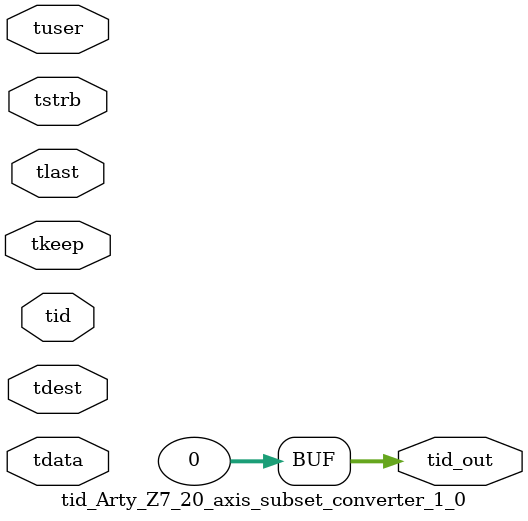
<source format=v>


`timescale 1ps/1ps

module tid_Arty_Z7_20_axis_subset_converter_1_0 #
(
parameter C_S_AXIS_TID_WIDTH   = 1,
parameter C_S_AXIS_TUSER_WIDTH = 0,
parameter C_S_AXIS_TDATA_WIDTH = 0,
parameter C_S_AXIS_TDEST_WIDTH = 0,
parameter C_M_AXIS_TID_WIDTH   = 32
)
(
input  [(C_S_AXIS_TID_WIDTH   == 0 ? 1 : C_S_AXIS_TID_WIDTH)-1:0       ] tid,
input  [(C_S_AXIS_TDATA_WIDTH == 0 ? 1 : C_S_AXIS_TDATA_WIDTH)-1:0     ] tdata,
input  [(C_S_AXIS_TUSER_WIDTH == 0 ? 1 : C_S_AXIS_TUSER_WIDTH)-1:0     ] tuser,
input  [(C_S_AXIS_TDEST_WIDTH == 0 ? 1 : C_S_AXIS_TDEST_WIDTH)-1:0     ] tdest,
input  [(C_S_AXIS_TDATA_WIDTH/8)-1:0 ] tkeep,
input  [(C_S_AXIS_TDATA_WIDTH/8)-1:0 ] tstrb,
input                                                                    tlast,
output [(C_M_AXIS_TID_WIDTH   == 0 ? 1 : C_M_AXIS_TID_WIDTH)-1:0       ] tid_out
);

assign tid_out = {1'b0};

endmodule


</source>
